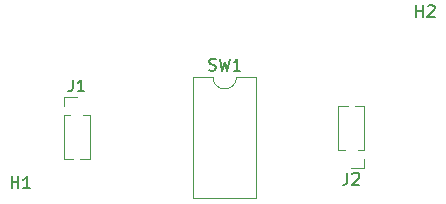
<source format=gbr>
G04 #@! TF.GenerationSoftware,KiCad,Pcbnew,5.1.12-84ad8e8a86~92~ubuntu18.04.1*
G04 #@! TF.CreationDate,2022-03-16T13:03:40+02:00*
G04 #@! TF.ProjectId,dip,6469702e-6b69-4636-9164-5f7063625858,rev?*
G04 #@! TF.SameCoordinates,Original*
G04 #@! TF.FileFunction,Legend,Top*
G04 #@! TF.FilePolarity,Positive*
%FSLAX46Y46*%
G04 Gerber Fmt 4.6, Leading zero omitted, Abs format (unit mm)*
G04 Created by KiCad (PCBNEW 5.1.12-84ad8e8a86~92~ubuntu18.04.1) date 2022-03-16 13:03:40*
%MOMM*%
%LPD*%
G01*
G04 APERTURE LIST*
%ADD10C,0.120000*%
%ADD11C,0.150000*%
G04 APERTURE END LIST*
D10*
G04 #@! TO.C,SW1*
X22940000Y15210000D02*
X21290000Y15210000D01*
X22940000Y4930000D02*
X22940000Y15210000D01*
X17640000Y4930000D02*
X22940000Y4930000D01*
X17640000Y15210000D02*
X17640000Y4930000D01*
X19290000Y15210000D02*
X17640000Y15210000D01*
X21290000Y15210000D02*
G75*
G02*
X19290000Y15210000I-1000000J0D01*
G01*
G04 #@! TO.C,J2*
X32110000Y7490000D02*
X31000000Y7490000D01*
X32110000Y8250000D02*
X32110000Y7490000D01*
X30436529Y9010000D02*
X29890000Y9010000D01*
X32110000Y9010000D02*
X31563471Y9010000D01*
X29890000Y9010000D02*
X29890000Y12755000D01*
X32110000Y9010000D02*
X32110000Y12755000D01*
X30692470Y12755000D02*
X29890000Y12755000D01*
X32110000Y12755000D02*
X31307530Y12755000D01*
G04 #@! TO.C,J1*
X6640000Y13510000D02*
X7750000Y13510000D01*
X6640000Y12750000D02*
X6640000Y13510000D01*
X8313471Y11990000D02*
X8860000Y11990000D01*
X6640000Y11990000D02*
X7186529Y11990000D01*
X8860000Y11990000D02*
X8860000Y8245000D01*
X6640000Y11990000D02*
X6640000Y8245000D01*
X8057530Y8245000D02*
X8860000Y8245000D01*
X6640000Y8245000D02*
X7442470Y8245000D01*
G04 #@! TO.C,H2*
D11*
X36488095Y20297619D02*
X36488095Y21297619D01*
X36488095Y20821428D02*
X37059523Y20821428D01*
X37059523Y20297619D02*
X37059523Y21297619D01*
X37488095Y21202380D02*
X37535714Y21250000D01*
X37630952Y21297619D01*
X37869047Y21297619D01*
X37964285Y21250000D01*
X38011904Y21202380D01*
X38059523Y21107142D01*
X38059523Y21011904D01*
X38011904Y20869047D01*
X37440476Y20297619D01*
X38059523Y20297619D01*
G04 #@! TO.C,H1*
X2238095Y5797619D02*
X2238095Y6797619D01*
X2238095Y6321428D02*
X2809523Y6321428D01*
X2809523Y5797619D02*
X2809523Y6797619D01*
X3809523Y5797619D02*
X3238095Y5797619D01*
X3523809Y5797619D02*
X3523809Y6797619D01*
X3428571Y6654761D01*
X3333333Y6559523D01*
X3238095Y6511904D01*
G04 #@! TO.C,SW1*
X18956666Y15805238D02*
X19099523Y15757619D01*
X19337619Y15757619D01*
X19432857Y15805238D01*
X19480476Y15852857D01*
X19528095Y15948095D01*
X19528095Y16043333D01*
X19480476Y16138571D01*
X19432857Y16186190D01*
X19337619Y16233809D01*
X19147142Y16281428D01*
X19051904Y16329047D01*
X19004285Y16376666D01*
X18956666Y16471904D01*
X18956666Y16567142D01*
X19004285Y16662380D01*
X19051904Y16710000D01*
X19147142Y16757619D01*
X19385238Y16757619D01*
X19528095Y16710000D01*
X19861428Y16757619D02*
X20099523Y15757619D01*
X20290000Y16471904D01*
X20480476Y15757619D01*
X20718571Y16757619D01*
X21623333Y15757619D02*
X21051904Y15757619D01*
X21337619Y15757619D02*
X21337619Y16757619D01*
X21242380Y16614761D01*
X21147142Y16519523D01*
X21051904Y16471904D01*
G04 #@! TO.C,J2*
X30666666Y7102619D02*
X30666666Y6388333D01*
X30619047Y6245476D01*
X30523809Y6150238D01*
X30380952Y6102619D01*
X30285714Y6102619D01*
X31095238Y7007380D02*
X31142857Y7055000D01*
X31238095Y7102619D01*
X31476190Y7102619D01*
X31571428Y7055000D01*
X31619047Y7007380D01*
X31666666Y6912142D01*
X31666666Y6816904D01*
X31619047Y6674047D01*
X31047619Y6102619D01*
X31666666Y6102619D01*
G04 #@! TO.C,J1*
X7416666Y14992619D02*
X7416666Y14278333D01*
X7369047Y14135476D01*
X7273809Y14040238D01*
X7130952Y13992619D01*
X7035714Y13992619D01*
X8416666Y13992619D02*
X7845238Y13992619D01*
X8130952Y13992619D02*
X8130952Y14992619D01*
X8035714Y14849761D01*
X7940476Y14754523D01*
X7845238Y14706904D01*
G04 #@! TD*
M02*

</source>
